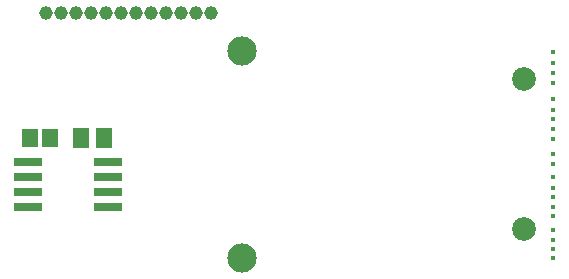
<source format=gbr>
G04 EAGLE Gerber RS-274X export*
G75*
%MOMM*%
%FSLAX34Y34*%
%LPD*%
%INSoldermask Bottom*%
%IPPOS*%
%AMOC8*
5,1,8,0,0,1.08239X$1,22.5*%
G01*
%ADD10C,0.411763*%
%ADD11C,2.016763*%
%ADD12C,2.481763*%
%ADD13C,1.161763*%
%ADD14R,2.397763X0.721363*%
%ADD15R,1.411763X1.711763*%
%ADD16R,1.411763X1.611762*%


D10*
X531000Y50000D03*
X531000Y57000D03*
X531000Y65000D03*
X531000Y73000D03*
X531000Y85000D03*
X531000Y93000D03*
X531000Y101000D03*
X531000Y109000D03*
X531000Y118000D03*
X531000Y129000D03*
X531000Y138000D03*
X531000Y150000D03*
X531000Y159000D03*
X531000Y167000D03*
X531000Y175000D03*
X531000Y184000D03*
X531000Y198000D03*
X531000Y206000D03*
X531000Y215000D03*
X531000Y224000D03*
D11*
X506000Y201000D03*
X506000Y74000D03*
D12*
X267500Y49850D03*
X267500Y225150D03*
D13*
X190700Y257000D03*
X203400Y257000D03*
X216100Y257000D03*
X228800Y257000D03*
X241500Y257000D03*
X178000Y257000D03*
X165300Y257000D03*
X152600Y257000D03*
X139900Y257000D03*
X127200Y257000D03*
X114500Y257000D03*
X101800Y257000D03*
D14*
X153782Y130700D03*
X86218Y130700D03*
X153782Y118000D03*
X153782Y105300D03*
X86218Y118000D03*
X86218Y105300D03*
X153782Y92600D03*
X86218Y92600D03*
D15*
X131500Y151000D03*
X150500Y151000D03*
D16*
X105500Y151000D03*
X88500Y151000D03*
M02*

</source>
